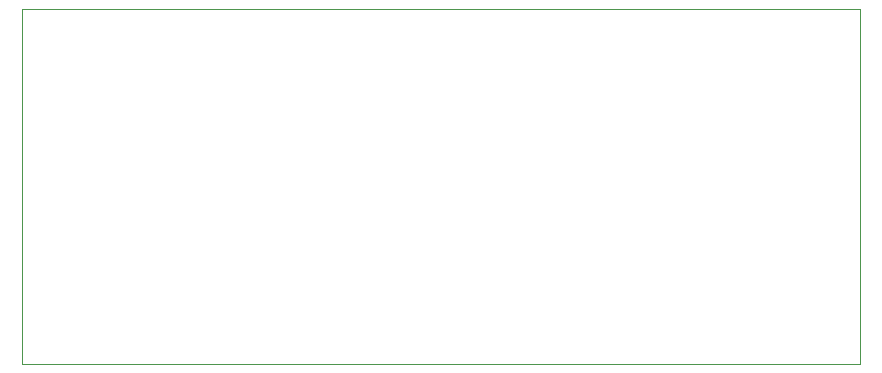
<source format=gbr>
%TF.GenerationSoftware,KiCad,Pcbnew,(6.0.7)*%
%TF.CreationDate,2022-11-27T14:48:19+01:00*%
%TF.ProjectId,LOOCBaseSystem,4c4f4f43-4261-4736-9553-797374656d2e,rev?*%
%TF.SameCoordinates,Original*%
%TF.FileFunction,Profile,NP*%
%FSLAX46Y46*%
G04 Gerber Fmt 4.6, Leading zero omitted, Abs format (unit mm)*
G04 Created by KiCad (PCBNEW (6.0.7)) date 2022-11-27 14:48:19*
%MOMM*%
%LPD*%
G01*
G04 APERTURE LIST*
%TA.AperFunction,Profile*%
%ADD10C,0.100000*%
%TD*%
G04 APERTURE END LIST*
D10*
X100000000Y-130000000D02*
X100000000Y-100000000D01*
X171000000Y-130000000D02*
X100000000Y-130000000D01*
X171000000Y-100000000D02*
X171000000Y-130000000D01*
X100000000Y-100000000D02*
X171000000Y-100000000D01*
M02*

</source>
